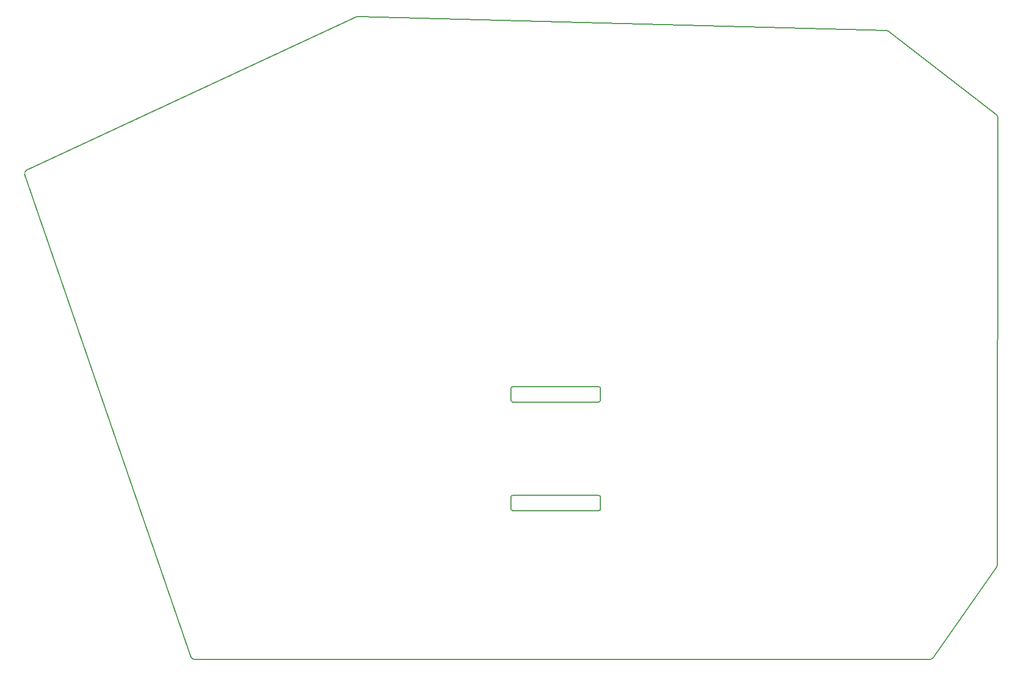
<source format=gm1>
%TF.GenerationSoftware,KiCad,Pcbnew,5.99.0-unknown-fa82fcb809~131~ubuntu20.04.1*%
%TF.CreationDate,2021-08-27T12:31:07+02:00*%
%TF.ProjectId,tuck-n-roll,7475636b-2d6e-42d7-926f-6c6c2e6b6963,VERSION_HERE*%
%TF.SameCoordinates,Original*%
%TF.FileFunction,Profile,NP*%
%FSLAX46Y46*%
G04 Gerber Fmt 4.6, Leading zero omitted, Abs format (unit mm)*
G04 Created by KiCad (PCBNEW 5.99.0-unknown-fa82fcb809~131~ubuntu20.04.1) date 2021-08-27 12:31:07*
%MOMM*%
%LPD*%
G01*
G04 APERTURE LIST*
%TA.AperFunction,Profile*%
%ADD10C,0.150000*%
%TD*%
G04 APERTURE END LIST*
D10*
X105451242Y65490970D02*
X122627026Y52241080D01*
X122821623Y51844240D02*
X122687002Y-19074136D01*
X122687001Y-19074136D02*
G75*
G02*
X122596578Y-19359975I-499999J950D01*
G01*
X112511636Y-33762765D02*
G75*
G02*
X112102016Y-33975977I-409576J286788D01*
G01*
X112102016Y-33975977D02*
X-4377834Y-33965732D01*
X122627026Y52241080D02*
G75*
G02*
X122821623Y51844239I-305402J-395891D01*
G01*
X-4377834Y-33965732D02*
G75*
G02*
X-4850549Y-33628516I44J500000D01*
G01*
X21605717Y67800467D02*
X105159034Y65594905D01*
X-30924308Y43473055D02*
X21381996Y67754158D01*
X-4850549Y-33628516D02*
X-31186540Y42856754D01*
X122596578Y-19359975D02*
X112511636Y-33762765D01*
X105159034Y65594905D02*
G75*
G02*
X105451242Y65490970I-13194J-499826D01*
G01*
X21381996Y67754159D02*
G75*
G02*
X21605717Y67800467I210527J-453518D01*
G01*
X-31186539Y42856754D02*
G75*
G02*
X-30924308Y43473055I472758J162784D01*
G01*
%TO.C,REF\u002A\u002A*%
X46022091Y-10409399D02*
X59622091Y-10409399D01*
X45722091Y-8309399D02*
X45722091Y-10109399D01*
X46022091Y9190601D02*
X59622091Y9190601D01*
X59922091Y8890601D02*
X59922091Y7090601D01*
X59622091Y-8009399D02*
X46022091Y-8009399D01*
X45722091Y7090601D02*
X45722091Y8890601D01*
X59922091Y-10109399D02*
X59922091Y-8309399D01*
X59622091Y6790601D02*
X46022091Y6790601D01*
X46022091Y-10409399D02*
G75*
G02*
X45722091Y-10109399I0J300000D01*
G01*
X45722091Y7090601D02*
G75*
G03*
X46022091Y6790601I300000J0D01*
G01*
X59922091Y-10109399D02*
G75*
G02*
X59622091Y-10409399I-300000J0D01*
G01*
X45722091Y-8309399D02*
G75*
G02*
X46022091Y-8009399I300000J0D01*
G01*
X46022091Y9190601D02*
G75*
G03*
X45722091Y8890601I0J-300000D01*
G01*
X59622091Y-8009399D02*
G75*
G02*
X59922091Y-8309399I0J-300000D01*
G01*
X59622091Y6790601D02*
G75*
G03*
X59922091Y7090601I0J300000D01*
G01*
X59922091Y8890601D02*
G75*
G03*
X59622091Y9190601I-300000J0D01*
G01*
%TD*%
M02*

</source>
